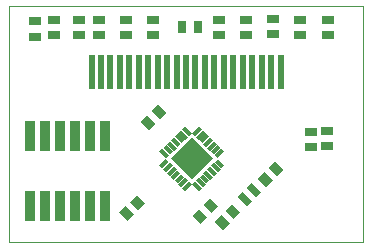
<source format=gts>
G75*
%MOIN*%
%OFA0B0*%
%FSLAX24Y24*%
%IPPOS*%
%LPD*%
%AMOC8*
5,1,8,0,0,1.08239X$1,22.5*
%
%ADD10C,0.0000*%
%ADD11R,0.0197X0.1142*%
%ADD12R,0.0140X0.0320*%
%ADD13R,0.1000X0.1000*%
%ADD14R,0.0394X0.0316*%
%ADD15R,0.0316X0.0394*%
%ADD16R,0.0339X0.0985*%
%ADD17R,0.0240X0.0440*%
D10*
X000680Y000380D02*
X000680Y008254D01*
X012491Y008254D01*
X012491Y000380D01*
X000680Y000380D01*
D11*
X003436Y006049D03*
X003751Y006049D03*
X004066Y006049D03*
X004381Y006049D03*
X004696Y006049D03*
X005011Y006049D03*
X005326Y006049D03*
X005641Y006049D03*
X005956Y006049D03*
X006271Y006049D03*
X006586Y006049D03*
X006900Y006049D03*
X007215Y006049D03*
X007530Y006049D03*
X007845Y006049D03*
X008160Y006049D03*
X008475Y006049D03*
X008790Y006049D03*
X009105Y006049D03*
X009420Y006049D03*
X009735Y006049D03*
D12*
G36*
X007137Y003678D02*
X007038Y003777D01*
X007263Y004002D01*
X007362Y003903D01*
X007137Y003678D01*
G37*
G36*
X007264Y003550D02*
X007165Y003649D01*
X007390Y003874D01*
X007489Y003775D01*
X007264Y003550D01*
G37*
G36*
X007391Y003423D02*
X007292Y003522D01*
X007517Y003747D01*
X007616Y003648D01*
X007391Y003423D01*
G37*
G36*
X007511Y003303D02*
X007412Y003402D01*
X007637Y003627D01*
X007736Y003528D01*
X007511Y003303D01*
G37*
G36*
X007639Y003176D02*
X007540Y003275D01*
X007765Y003500D01*
X007864Y003401D01*
X007639Y003176D01*
G37*
G36*
X007864Y002935D02*
X007765Y002836D01*
X007540Y003061D01*
X007639Y003160D01*
X007864Y002935D01*
G37*
G36*
X007736Y002808D02*
X007637Y002709D01*
X007412Y002934D01*
X007511Y003033D01*
X007736Y002808D01*
G37*
G36*
X007616Y002688D02*
X007517Y002589D01*
X007292Y002814D01*
X007391Y002913D01*
X007616Y002688D01*
G37*
G36*
X007489Y002560D02*
X007390Y002461D01*
X007165Y002686D01*
X007264Y002785D01*
X007489Y002560D01*
G37*
G36*
X007362Y002433D02*
X007263Y002334D01*
X007038Y002559D01*
X007137Y002658D01*
X007362Y002433D01*
G37*
G36*
X007241Y002313D02*
X007142Y002214D01*
X006917Y002439D01*
X007016Y002538D01*
X007241Y002313D01*
G37*
G36*
X007114Y002186D02*
X007015Y002087D01*
X006790Y002312D01*
X006889Y002411D01*
X007114Y002186D01*
G37*
G36*
X006550Y002087D02*
X006451Y002186D01*
X006676Y002411D01*
X006775Y002312D01*
X006550Y002087D01*
G37*
G36*
X006422Y002214D02*
X006323Y002313D01*
X006548Y002538D01*
X006647Y002439D01*
X006422Y002214D01*
G37*
G36*
X006302Y002334D02*
X006203Y002433D01*
X006428Y002658D01*
X006527Y002559D01*
X006302Y002334D01*
G37*
G36*
X006175Y002461D02*
X006076Y002560D01*
X006301Y002785D01*
X006400Y002686D01*
X006175Y002461D01*
G37*
G36*
X006048Y002589D02*
X005949Y002688D01*
X006174Y002913D01*
X006273Y002814D01*
X006048Y002589D01*
G37*
G36*
X005927Y002709D02*
X005828Y002808D01*
X006053Y003033D01*
X006152Y002934D01*
X005927Y002709D01*
G37*
G36*
X005800Y002836D02*
X005701Y002935D01*
X005926Y003160D01*
X006025Y003061D01*
X005800Y002836D01*
G37*
G36*
X006025Y003275D02*
X005926Y003176D01*
X005701Y003401D01*
X005800Y003500D01*
X006025Y003275D01*
G37*
G36*
X006152Y003402D02*
X006053Y003303D01*
X005828Y003528D01*
X005927Y003627D01*
X006152Y003402D01*
G37*
G36*
X006273Y003522D02*
X006174Y003423D01*
X005949Y003648D01*
X006048Y003747D01*
X006273Y003522D01*
G37*
G36*
X006400Y003649D02*
X006301Y003550D01*
X006076Y003775D01*
X006175Y003874D01*
X006400Y003649D01*
G37*
G36*
X006527Y003777D02*
X006428Y003678D01*
X006203Y003903D01*
X006302Y004002D01*
X006527Y003777D01*
G37*
G36*
X006647Y003897D02*
X006548Y003798D01*
X006323Y004023D01*
X006422Y004122D01*
X006647Y003897D01*
G37*
G36*
X006775Y004024D02*
X006676Y003925D01*
X006451Y004150D01*
X006550Y004249D01*
X006775Y004024D01*
G37*
G36*
X006889Y003925D02*
X006790Y004024D01*
X007015Y004249D01*
X007114Y004150D01*
X006889Y003925D01*
G37*
G36*
X007016Y003798D02*
X006917Y003897D01*
X007142Y004122D01*
X007241Y004023D01*
X007016Y003798D01*
G37*
D13*
G36*
X006782Y003875D02*
X007489Y003168D01*
X006782Y002461D01*
X006075Y003168D01*
X006782Y003875D01*
G37*
D14*
X010760Y004056D03*
X011300Y004094D03*
X011300Y003583D03*
X010760Y003544D03*
X010400Y007286D03*
X010400Y007797D03*
X009500Y007814D03*
X009500Y007303D03*
X008600Y007286D03*
X008600Y007797D03*
X007700Y007797D03*
X007700Y007286D03*
X005480Y007286D03*
X005480Y007797D03*
X004580Y007797D03*
X004580Y007286D03*
X003680Y007286D03*
X003680Y007797D03*
X003020Y007797D03*
X003020Y007286D03*
X002180Y007286D03*
X001561Y007226D03*
X001561Y007737D03*
X002180Y007797D03*
X011306Y007797D03*
X011306Y007286D03*
D15*
X006974Y007541D03*
X006463Y007541D03*
G36*
X005930Y004692D02*
X005706Y004468D01*
X005428Y004746D01*
X005652Y004970D01*
X005930Y004692D01*
G37*
G36*
X005568Y004330D02*
X005344Y004106D01*
X005066Y004384D01*
X005290Y004608D01*
X005568Y004330D01*
G37*
G36*
X004718Y001730D02*
X004942Y001954D01*
X005220Y001676D01*
X004996Y001452D01*
X004718Y001730D01*
G37*
G36*
X004357Y001368D02*
X004581Y001592D01*
X004859Y001314D01*
X004635Y001090D01*
X004357Y001368D01*
G37*
G36*
X006799Y001260D02*
X007023Y001484D01*
X007301Y001206D01*
X007077Y000982D01*
X006799Y001260D01*
G37*
G36*
X007161Y001622D02*
X007385Y001846D01*
X007663Y001568D01*
X007439Y001344D01*
X007161Y001622D01*
G37*
G36*
X008035Y001012D02*
X007811Y000788D01*
X007533Y001066D01*
X007757Y001290D01*
X008035Y001012D01*
G37*
G36*
X008397Y001374D02*
X008173Y001150D01*
X007895Y001428D01*
X008119Y001652D01*
X008397Y001374D01*
G37*
G36*
X008966Y002488D02*
X009190Y002712D01*
X009468Y002434D01*
X009244Y002210D01*
X008966Y002488D01*
G37*
G36*
X009328Y002850D02*
X009552Y003074D01*
X009830Y002796D01*
X009606Y002572D01*
X009328Y002850D01*
G37*
D16*
X003899Y003904D03*
X003399Y003904D03*
X002899Y003904D03*
X002399Y003904D03*
X001899Y003904D03*
X001399Y003904D03*
X001399Y001581D03*
X001899Y001581D03*
X002399Y001581D03*
X002899Y001581D03*
X003399Y001581D03*
X003899Y001581D03*
D17*
G36*
X008292Y001882D02*
X008462Y002052D01*
X008772Y001742D01*
X008602Y001572D01*
X008292Y001882D01*
G37*
G36*
X008598Y002188D02*
X008768Y002358D01*
X009078Y002048D01*
X008908Y001878D01*
X008598Y002188D01*
G37*
M02*

</source>
